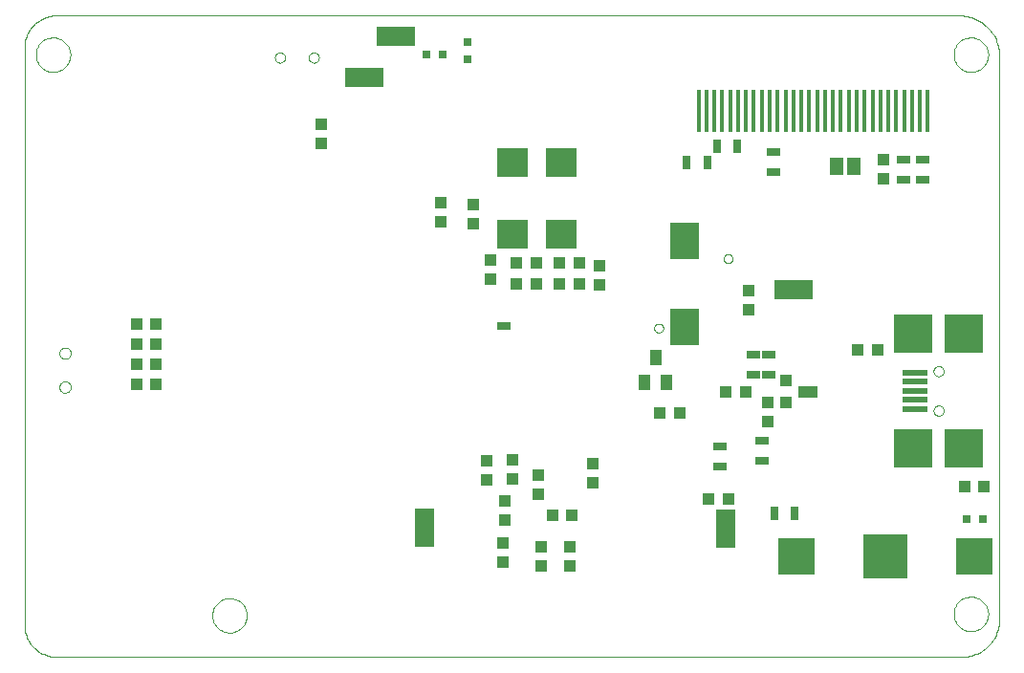
<source format=gbp>
G75*
%MOIN*%
%OFA0B0*%
%FSLAX24Y24*%
%IPPOS*%
%LPD*%
%AMOC8*
5,1,8,0,0,1.08239X$1,22.5*
%
%ADD10C,0.0000*%
%ADD11R,0.0394X0.0433*%
%ADD12R,0.0500X0.0250*%
%ADD13R,0.0700X0.1350*%
%ADD14R,0.0433X0.0394*%
%ADD15R,0.0906X0.0197*%
%ADD16R,0.1378X0.1378*%
%ADD17R,0.1063X0.1004*%
%ADD18R,0.0400X0.0400*%
%ADD19R,0.0700X0.0400*%
%ADD20R,0.0138X0.1500*%
%ADD21R,0.0315X0.0472*%
%ADD22R,0.0472X0.0315*%
%ADD23R,0.0460X0.0630*%
%ADD24R,0.1560X0.1560*%
%ADD25R,0.1250X0.1250*%
%ADD26R,0.0984X0.1299*%
%ADD27R,0.0394X0.0551*%
%ADD28R,0.0315X0.0315*%
%ADD29R,0.1350X0.0700*%
D10*
X001624Y000205D02*
X033178Y000205D01*
X033249Y000207D01*
X033320Y000213D01*
X033391Y000222D01*
X033460Y000236D01*
X033530Y000253D01*
X033598Y000274D01*
X033664Y000298D01*
X033730Y000326D01*
X033793Y000358D01*
X033855Y000393D01*
X033915Y000431D01*
X033973Y000473D01*
X034029Y000518D01*
X034082Y000565D01*
X034132Y000615D01*
X034179Y000668D01*
X034224Y000724D01*
X034266Y000782D01*
X034304Y000842D01*
X034339Y000904D01*
X034371Y000967D01*
X034399Y001033D01*
X034423Y001099D01*
X034444Y001167D01*
X034461Y001237D01*
X034475Y001306D01*
X034484Y001377D01*
X034490Y001448D01*
X034492Y001519D01*
X034492Y021156D01*
X032900Y021205D02*
X032902Y021254D01*
X032908Y021302D01*
X032918Y021350D01*
X032932Y021397D01*
X032949Y021443D01*
X032970Y021487D01*
X032995Y021529D01*
X033023Y021569D01*
X033055Y021607D01*
X033089Y021642D01*
X033126Y021674D01*
X033165Y021703D01*
X033207Y021729D01*
X033251Y021751D01*
X033296Y021769D01*
X033343Y021784D01*
X033390Y021795D01*
X033439Y021802D01*
X033488Y021805D01*
X033537Y021804D01*
X033585Y021799D01*
X033634Y021790D01*
X033681Y021777D01*
X033727Y021760D01*
X033771Y021740D01*
X033814Y021716D01*
X033855Y021689D01*
X033893Y021658D01*
X033929Y021625D01*
X033961Y021589D01*
X033991Y021550D01*
X034018Y021509D01*
X034041Y021465D01*
X034060Y021420D01*
X034076Y021374D01*
X034088Y021327D01*
X034096Y021278D01*
X034100Y021229D01*
X034100Y021181D01*
X034096Y021132D01*
X034088Y021083D01*
X034076Y021036D01*
X034060Y020990D01*
X034041Y020945D01*
X034018Y020901D01*
X033991Y020860D01*
X033961Y020821D01*
X033929Y020785D01*
X033893Y020752D01*
X033855Y020721D01*
X033814Y020694D01*
X033771Y020670D01*
X033727Y020650D01*
X033681Y020633D01*
X033634Y020620D01*
X033585Y020611D01*
X033537Y020606D01*
X033488Y020605D01*
X033439Y020608D01*
X033390Y020615D01*
X033343Y020626D01*
X033296Y020641D01*
X033251Y020659D01*
X033207Y020681D01*
X033165Y020707D01*
X033126Y020736D01*
X033089Y020768D01*
X033055Y020803D01*
X033023Y020841D01*
X032995Y020881D01*
X032970Y020923D01*
X032949Y020967D01*
X032932Y021013D01*
X032918Y021060D01*
X032908Y021108D01*
X032902Y021156D01*
X032900Y021205D01*
X033073Y022575D02*
X033147Y022573D01*
X033221Y022567D01*
X033295Y022558D01*
X033368Y022544D01*
X033440Y022527D01*
X033511Y022506D01*
X033582Y022481D01*
X033650Y022452D01*
X033717Y022420D01*
X033783Y022385D01*
X033846Y022346D01*
X033907Y022304D01*
X033966Y022259D01*
X034022Y022211D01*
X034076Y022159D01*
X034128Y022105D01*
X034176Y022049D01*
X034221Y021990D01*
X034263Y021929D01*
X034302Y021866D01*
X034337Y021800D01*
X034369Y021733D01*
X034398Y021665D01*
X034423Y021594D01*
X034444Y021523D01*
X034461Y021451D01*
X034475Y021378D01*
X034484Y021304D01*
X034490Y021230D01*
X034492Y021156D01*
X033073Y022575D02*
X001617Y022575D01*
X001552Y022573D01*
X001487Y022567D01*
X001423Y022558D01*
X001359Y022545D01*
X001297Y022528D01*
X001235Y022508D01*
X001175Y022484D01*
X001116Y022456D01*
X001059Y022425D01*
X001003Y022391D01*
X000950Y022354D01*
X000899Y022314D01*
X000850Y022270D01*
X000805Y022225D01*
X000761Y022176D01*
X000721Y022125D01*
X000684Y022072D01*
X000650Y022017D01*
X000619Y021959D01*
X000591Y021900D01*
X000567Y021840D01*
X000547Y021778D01*
X000530Y021716D01*
X000517Y021652D01*
X000508Y021588D01*
X000502Y021523D01*
X000500Y021458D01*
X000500Y001329D01*
X000502Y001264D01*
X000508Y001199D01*
X000517Y001134D01*
X000530Y001070D01*
X000547Y001007D01*
X000568Y000945D01*
X000592Y000884D01*
X000620Y000825D01*
X000651Y000767D01*
X000685Y000711D01*
X000722Y000658D01*
X000763Y000607D01*
X000806Y000558D01*
X000853Y000511D01*
X000902Y000468D01*
X000953Y000427D01*
X001006Y000390D01*
X001062Y000356D01*
X001120Y000325D01*
X001179Y000297D01*
X001240Y000273D01*
X001302Y000252D01*
X001365Y000235D01*
X001429Y000222D01*
X001494Y000213D01*
X001559Y000207D01*
X001624Y000205D01*
X007050Y001655D02*
X007052Y001704D01*
X007058Y001752D01*
X007068Y001800D01*
X007082Y001847D01*
X007099Y001893D01*
X007120Y001937D01*
X007145Y001979D01*
X007173Y002019D01*
X007205Y002057D01*
X007239Y002092D01*
X007276Y002124D01*
X007315Y002153D01*
X007357Y002179D01*
X007401Y002201D01*
X007446Y002219D01*
X007493Y002234D01*
X007540Y002245D01*
X007589Y002252D01*
X007638Y002255D01*
X007687Y002254D01*
X007735Y002249D01*
X007784Y002240D01*
X007831Y002227D01*
X007877Y002210D01*
X007921Y002190D01*
X007964Y002166D01*
X008005Y002139D01*
X008043Y002108D01*
X008079Y002075D01*
X008111Y002039D01*
X008141Y002000D01*
X008168Y001959D01*
X008191Y001915D01*
X008210Y001870D01*
X008226Y001824D01*
X008238Y001777D01*
X008246Y001728D01*
X008250Y001679D01*
X008250Y001631D01*
X008246Y001582D01*
X008238Y001533D01*
X008226Y001486D01*
X008210Y001440D01*
X008191Y001395D01*
X008168Y001351D01*
X008141Y001310D01*
X008111Y001271D01*
X008079Y001235D01*
X008043Y001202D01*
X008005Y001171D01*
X007964Y001144D01*
X007921Y001120D01*
X007877Y001100D01*
X007831Y001083D01*
X007784Y001070D01*
X007735Y001061D01*
X007687Y001056D01*
X007638Y001055D01*
X007589Y001058D01*
X007540Y001065D01*
X007493Y001076D01*
X007446Y001091D01*
X007401Y001109D01*
X007357Y001131D01*
X007315Y001157D01*
X007276Y001186D01*
X007239Y001218D01*
X007205Y001253D01*
X007173Y001291D01*
X007145Y001331D01*
X007120Y001373D01*
X007099Y001417D01*
X007082Y001463D01*
X007068Y001510D01*
X007058Y001558D01*
X007052Y001606D01*
X007050Y001655D01*
X001720Y009614D02*
X001722Y009641D01*
X001728Y009668D01*
X001737Y009694D01*
X001750Y009718D01*
X001766Y009741D01*
X001785Y009760D01*
X001807Y009777D01*
X001831Y009791D01*
X001856Y009801D01*
X001883Y009808D01*
X001910Y009811D01*
X001938Y009810D01*
X001965Y009805D01*
X001991Y009797D01*
X002015Y009785D01*
X002038Y009769D01*
X002059Y009751D01*
X002076Y009730D01*
X002091Y009706D01*
X002102Y009681D01*
X002110Y009655D01*
X002114Y009628D01*
X002114Y009600D01*
X002110Y009573D01*
X002102Y009547D01*
X002091Y009522D01*
X002076Y009498D01*
X002059Y009477D01*
X002038Y009459D01*
X002016Y009443D01*
X001991Y009431D01*
X001965Y009423D01*
X001938Y009418D01*
X001910Y009417D01*
X001883Y009420D01*
X001856Y009427D01*
X001831Y009437D01*
X001807Y009451D01*
X001785Y009468D01*
X001766Y009487D01*
X001750Y009510D01*
X001737Y009534D01*
X001728Y009560D01*
X001722Y009587D01*
X001720Y009614D01*
X001720Y010796D02*
X001722Y010823D01*
X001728Y010850D01*
X001737Y010876D01*
X001750Y010900D01*
X001766Y010923D01*
X001785Y010942D01*
X001807Y010959D01*
X001831Y010973D01*
X001856Y010983D01*
X001883Y010990D01*
X001910Y010993D01*
X001938Y010992D01*
X001965Y010987D01*
X001991Y010979D01*
X002015Y010967D01*
X002038Y010951D01*
X002059Y010933D01*
X002076Y010912D01*
X002091Y010888D01*
X002102Y010863D01*
X002110Y010837D01*
X002114Y010810D01*
X002114Y010782D01*
X002110Y010755D01*
X002102Y010729D01*
X002091Y010704D01*
X002076Y010680D01*
X002059Y010659D01*
X002038Y010641D01*
X002016Y010625D01*
X001991Y010613D01*
X001965Y010605D01*
X001938Y010600D01*
X001910Y010599D01*
X001883Y010602D01*
X001856Y010609D01*
X001831Y010619D01*
X001807Y010633D01*
X001785Y010650D01*
X001766Y010669D01*
X001750Y010692D01*
X001737Y010716D01*
X001728Y010742D01*
X001722Y010769D01*
X001720Y010796D01*
X000900Y021205D02*
X000902Y021254D01*
X000908Y021302D01*
X000918Y021350D01*
X000932Y021397D01*
X000949Y021443D01*
X000970Y021487D01*
X000995Y021529D01*
X001023Y021569D01*
X001055Y021607D01*
X001089Y021642D01*
X001126Y021674D01*
X001165Y021703D01*
X001207Y021729D01*
X001251Y021751D01*
X001296Y021769D01*
X001343Y021784D01*
X001390Y021795D01*
X001439Y021802D01*
X001488Y021805D01*
X001537Y021804D01*
X001585Y021799D01*
X001634Y021790D01*
X001681Y021777D01*
X001727Y021760D01*
X001771Y021740D01*
X001814Y021716D01*
X001855Y021689D01*
X001893Y021658D01*
X001929Y021625D01*
X001961Y021589D01*
X001991Y021550D01*
X002018Y021509D01*
X002041Y021465D01*
X002060Y021420D01*
X002076Y021374D01*
X002088Y021327D01*
X002096Y021278D01*
X002100Y021229D01*
X002100Y021181D01*
X002096Y021132D01*
X002088Y021083D01*
X002076Y021036D01*
X002060Y020990D01*
X002041Y020945D01*
X002018Y020901D01*
X001991Y020860D01*
X001961Y020821D01*
X001929Y020785D01*
X001893Y020752D01*
X001855Y020721D01*
X001814Y020694D01*
X001771Y020670D01*
X001727Y020650D01*
X001681Y020633D01*
X001634Y020620D01*
X001585Y020611D01*
X001537Y020606D01*
X001488Y020605D01*
X001439Y020608D01*
X001390Y020615D01*
X001343Y020626D01*
X001296Y020641D01*
X001251Y020659D01*
X001207Y020681D01*
X001165Y020707D01*
X001126Y020736D01*
X001089Y020768D01*
X001055Y020803D01*
X001023Y020841D01*
X000995Y020881D01*
X000970Y020923D01*
X000949Y020967D01*
X000932Y021013D01*
X000918Y021060D01*
X000908Y021108D01*
X000902Y021156D01*
X000900Y021205D01*
X009232Y021105D02*
X009234Y021131D01*
X009240Y021157D01*
X009250Y021182D01*
X009263Y021205D01*
X009279Y021225D01*
X009299Y021243D01*
X009321Y021258D01*
X009344Y021270D01*
X009370Y021278D01*
X009396Y021282D01*
X009422Y021282D01*
X009448Y021278D01*
X009474Y021270D01*
X009498Y021258D01*
X009519Y021243D01*
X009539Y021225D01*
X009555Y021205D01*
X009568Y021182D01*
X009578Y021157D01*
X009584Y021131D01*
X009586Y021105D01*
X009584Y021079D01*
X009578Y021053D01*
X009568Y021028D01*
X009555Y021005D01*
X009539Y020985D01*
X009519Y020967D01*
X009497Y020952D01*
X009474Y020940D01*
X009448Y020932D01*
X009422Y020928D01*
X009396Y020928D01*
X009370Y020932D01*
X009344Y020940D01*
X009320Y020952D01*
X009299Y020967D01*
X009279Y020985D01*
X009263Y021005D01*
X009250Y021028D01*
X009240Y021053D01*
X009234Y021079D01*
X009232Y021105D01*
X010414Y021105D02*
X010416Y021131D01*
X010422Y021157D01*
X010432Y021182D01*
X010445Y021205D01*
X010461Y021225D01*
X010481Y021243D01*
X010503Y021258D01*
X010526Y021270D01*
X010552Y021278D01*
X010578Y021282D01*
X010604Y021282D01*
X010630Y021278D01*
X010656Y021270D01*
X010680Y021258D01*
X010701Y021243D01*
X010721Y021225D01*
X010737Y021205D01*
X010750Y021182D01*
X010760Y021157D01*
X010766Y021131D01*
X010768Y021105D01*
X010766Y021079D01*
X010760Y021053D01*
X010750Y021028D01*
X010737Y021005D01*
X010721Y020985D01*
X010701Y020967D01*
X010679Y020952D01*
X010656Y020940D01*
X010630Y020932D01*
X010604Y020928D01*
X010578Y020928D01*
X010552Y020932D01*
X010526Y020940D01*
X010502Y020952D01*
X010481Y020967D01*
X010461Y020985D01*
X010445Y021005D01*
X010432Y021028D01*
X010422Y021053D01*
X010416Y021079D01*
X010414Y021105D01*
X024877Y014091D02*
X024879Y014116D01*
X024885Y014140D01*
X024894Y014162D01*
X024907Y014183D01*
X024923Y014202D01*
X024942Y014218D01*
X024963Y014231D01*
X024985Y014240D01*
X025009Y014246D01*
X025034Y014248D01*
X025059Y014246D01*
X025083Y014240D01*
X025105Y014231D01*
X025126Y014218D01*
X025145Y014202D01*
X025161Y014183D01*
X025174Y014162D01*
X025183Y014140D01*
X025189Y014116D01*
X025191Y014091D01*
X025189Y014066D01*
X025183Y014042D01*
X025174Y014020D01*
X025161Y013999D01*
X025145Y013980D01*
X025126Y013964D01*
X025105Y013951D01*
X025083Y013942D01*
X025059Y013936D01*
X025034Y013934D01*
X025009Y013936D01*
X024985Y013942D01*
X024963Y013951D01*
X024942Y013964D01*
X024923Y013980D01*
X024907Y013999D01*
X024894Y014020D01*
X024885Y014042D01*
X024879Y014066D01*
X024877Y014091D01*
X022457Y011671D02*
X022459Y011696D01*
X022465Y011720D01*
X022474Y011742D01*
X022487Y011763D01*
X022503Y011782D01*
X022522Y011798D01*
X022543Y011811D01*
X022565Y011820D01*
X022589Y011826D01*
X022614Y011828D01*
X022639Y011826D01*
X022663Y011820D01*
X022685Y011811D01*
X022706Y011798D01*
X022725Y011782D01*
X022741Y011763D01*
X022754Y011742D01*
X022763Y011720D01*
X022769Y011696D01*
X022771Y011671D01*
X022769Y011646D01*
X022763Y011622D01*
X022754Y011600D01*
X022741Y011579D01*
X022725Y011560D01*
X022706Y011544D01*
X022685Y011531D01*
X022663Y011522D01*
X022639Y011516D01*
X022614Y011514D01*
X022589Y011516D01*
X022565Y011522D01*
X022543Y011531D01*
X022522Y011544D01*
X022503Y011560D01*
X022487Y011579D01*
X022474Y011600D01*
X022465Y011622D01*
X022459Y011646D01*
X022457Y011671D01*
X032193Y010172D02*
X032195Y010198D01*
X032201Y010224D01*
X032211Y010249D01*
X032224Y010272D01*
X032240Y010292D01*
X032260Y010310D01*
X032282Y010325D01*
X032305Y010337D01*
X032331Y010345D01*
X032357Y010349D01*
X032383Y010349D01*
X032409Y010345D01*
X032435Y010337D01*
X032459Y010325D01*
X032480Y010310D01*
X032500Y010292D01*
X032516Y010272D01*
X032529Y010249D01*
X032539Y010224D01*
X032545Y010198D01*
X032547Y010172D01*
X032545Y010146D01*
X032539Y010120D01*
X032529Y010095D01*
X032516Y010072D01*
X032500Y010052D01*
X032480Y010034D01*
X032458Y010019D01*
X032435Y010007D01*
X032409Y009999D01*
X032383Y009995D01*
X032357Y009995D01*
X032331Y009999D01*
X032305Y010007D01*
X032281Y010019D01*
X032260Y010034D01*
X032240Y010052D01*
X032224Y010072D01*
X032211Y010095D01*
X032201Y010120D01*
X032195Y010146D01*
X032193Y010172D01*
X032193Y008794D02*
X032195Y008820D01*
X032201Y008846D01*
X032211Y008871D01*
X032224Y008894D01*
X032240Y008914D01*
X032260Y008932D01*
X032282Y008947D01*
X032305Y008959D01*
X032331Y008967D01*
X032357Y008971D01*
X032383Y008971D01*
X032409Y008967D01*
X032435Y008959D01*
X032459Y008947D01*
X032480Y008932D01*
X032500Y008914D01*
X032516Y008894D01*
X032529Y008871D01*
X032539Y008846D01*
X032545Y008820D01*
X032547Y008794D01*
X032545Y008768D01*
X032539Y008742D01*
X032529Y008717D01*
X032516Y008694D01*
X032500Y008674D01*
X032480Y008656D01*
X032458Y008641D01*
X032435Y008629D01*
X032409Y008621D01*
X032383Y008617D01*
X032357Y008617D01*
X032331Y008621D01*
X032305Y008629D01*
X032281Y008641D01*
X032260Y008656D01*
X032240Y008674D01*
X032224Y008694D01*
X032211Y008717D01*
X032201Y008742D01*
X032195Y008768D01*
X032193Y008794D01*
X032900Y001705D02*
X032902Y001754D01*
X032908Y001802D01*
X032918Y001850D01*
X032932Y001897D01*
X032949Y001943D01*
X032970Y001987D01*
X032995Y002029D01*
X033023Y002069D01*
X033055Y002107D01*
X033089Y002142D01*
X033126Y002174D01*
X033165Y002203D01*
X033207Y002229D01*
X033251Y002251D01*
X033296Y002269D01*
X033343Y002284D01*
X033390Y002295D01*
X033439Y002302D01*
X033488Y002305D01*
X033537Y002304D01*
X033585Y002299D01*
X033634Y002290D01*
X033681Y002277D01*
X033727Y002260D01*
X033771Y002240D01*
X033814Y002216D01*
X033855Y002189D01*
X033893Y002158D01*
X033929Y002125D01*
X033961Y002089D01*
X033991Y002050D01*
X034018Y002009D01*
X034041Y001965D01*
X034060Y001920D01*
X034076Y001874D01*
X034088Y001827D01*
X034096Y001778D01*
X034100Y001729D01*
X034100Y001681D01*
X034096Y001632D01*
X034088Y001583D01*
X034076Y001536D01*
X034060Y001490D01*
X034041Y001445D01*
X034018Y001401D01*
X033991Y001360D01*
X033961Y001321D01*
X033929Y001285D01*
X033893Y001252D01*
X033855Y001221D01*
X033814Y001194D01*
X033771Y001170D01*
X033727Y001150D01*
X033681Y001133D01*
X033634Y001120D01*
X033585Y001111D01*
X033537Y001106D01*
X033488Y001105D01*
X033439Y001108D01*
X033390Y001115D01*
X033343Y001126D01*
X033296Y001141D01*
X033251Y001159D01*
X033207Y001181D01*
X033165Y001207D01*
X033126Y001236D01*
X033089Y001268D01*
X033055Y001303D01*
X033023Y001341D01*
X032995Y001381D01*
X032970Y001423D01*
X032949Y001467D01*
X032932Y001513D01*
X032918Y001560D01*
X032908Y001608D01*
X032902Y001656D01*
X032900Y001705D01*
D11*
X033297Y006155D03*
X033966Y006155D03*
X030235Y010905D03*
X029565Y010905D03*
X025635Y009455D03*
X024965Y009455D03*
X023335Y008705D03*
X022665Y008705D03*
X024365Y005705D03*
X025035Y005705D03*
X019585Y005155D03*
X018915Y005155D03*
X019165Y013205D03*
X019835Y013205D03*
X019835Y013955D03*
X019165Y013955D03*
X018335Y013955D03*
X017665Y013955D03*
X017665Y013205D03*
X018335Y013205D03*
X010850Y018120D03*
X010850Y018790D03*
X005085Y011805D03*
X004415Y011805D03*
X004415Y011105D03*
X005085Y011105D03*
X005085Y010405D03*
X004415Y010405D03*
X004415Y009705D03*
X005085Y009705D03*
D12*
X017220Y011739D03*
D13*
X014450Y004705D03*
X024964Y004677D03*
D14*
X020300Y006270D03*
X020300Y006940D03*
X018400Y006540D03*
X017500Y006420D03*
X017500Y007090D03*
X016600Y007040D03*
X016600Y006370D03*
X017250Y005640D03*
X017250Y004970D03*
X017198Y004171D03*
X017198Y003502D03*
X018500Y003370D03*
X018500Y004040D03*
X019500Y004040D03*
X019500Y003370D03*
X018400Y005870D03*
X026400Y008420D03*
X026400Y009090D03*
X025750Y012320D03*
X025750Y012990D03*
X020550Y013170D03*
X020550Y013840D03*
X016750Y014040D03*
X016750Y013370D03*
X016150Y015320D03*
X016150Y015990D03*
X015000Y016040D03*
X015000Y015370D03*
X030450Y016870D03*
X030450Y017540D03*
D15*
X031563Y010112D03*
X031563Y009798D03*
X031563Y009483D03*
X031563Y009168D03*
X031563Y008853D03*
D16*
X031484Y007475D03*
X033256Y007475D03*
X033256Y011490D03*
X031484Y011490D03*
D17*
X019200Y014955D03*
X017500Y014955D03*
X017500Y017455D03*
X019200Y017455D03*
D18*
X027050Y009835D03*
X027050Y009085D03*
D19*
X027800Y009460D03*
D20*
X027862Y019233D03*
X027587Y019233D03*
X027311Y019233D03*
X027035Y019233D03*
X026760Y019233D03*
X026484Y019233D03*
X026209Y019233D03*
X025933Y019233D03*
X025657Y019233D03*
X025382Y019233D03*
X025106Y019233D03*
X024831Y019233D03*
X024555Y019233D03*
X024280Y019233D03*
X024004Y019233D03*
X028138Y019233D03*
X028413Y019233D03*
X028689Y019233D03*
X028965Y019233D03*
X029240Y019233D03*
X029516Y019233D03*
X029791Y019233D03*
X030067Y019233D03*
X030343Y019233D03*
X030618Y019233D03*
X030894Y019233D03*
X031169Y019233D03*
X031445Y019233D03*
X031720Y019233D03*
X031996Y019233D03*
D21*
X025354Y018005D03*
X024646Y018005D03*
X024304Y017455D03*
X023596Y017455D03*
X026646Y005205D03*
X027354Y005205D03*
D22*
X024750Y006851D03*
X024750Y007559D03*
X026200Y007759D03*
X026200Y007051D03*
X026450Y010051D03*
X025900Y010051D03*
X025900Y010759D03*
X026450Y010759D03*
X031150Y016851D03*
X031800Y016851D03*
X031800Y017559D03*
X031150Y017559D03*
X026600Y017809D03*
X026600Y017101D03*
D23*
X028800Y017305D03*
X029400Y017305D03*
D24*
X030500Y003705D03*
D25*
X027400Y003705D03*
X033600Y003705D03*
D26*
X023500Y011705D03*
X023500Y014705D03*
D27*
X022500Y010638D03*
X022126Y009772D03*
X022874Y009772D03*
D28*
X033334Y005023D03*
X033924Y005023D03*
X015950Y021060D03*
X015950Y021650D03*
X015095Y021205D03*
X014505Y021205D03*
D29*
X013450Y021855D03*
X012350Y020405D03*
X027300Y013005D03*
M02*

</source>
